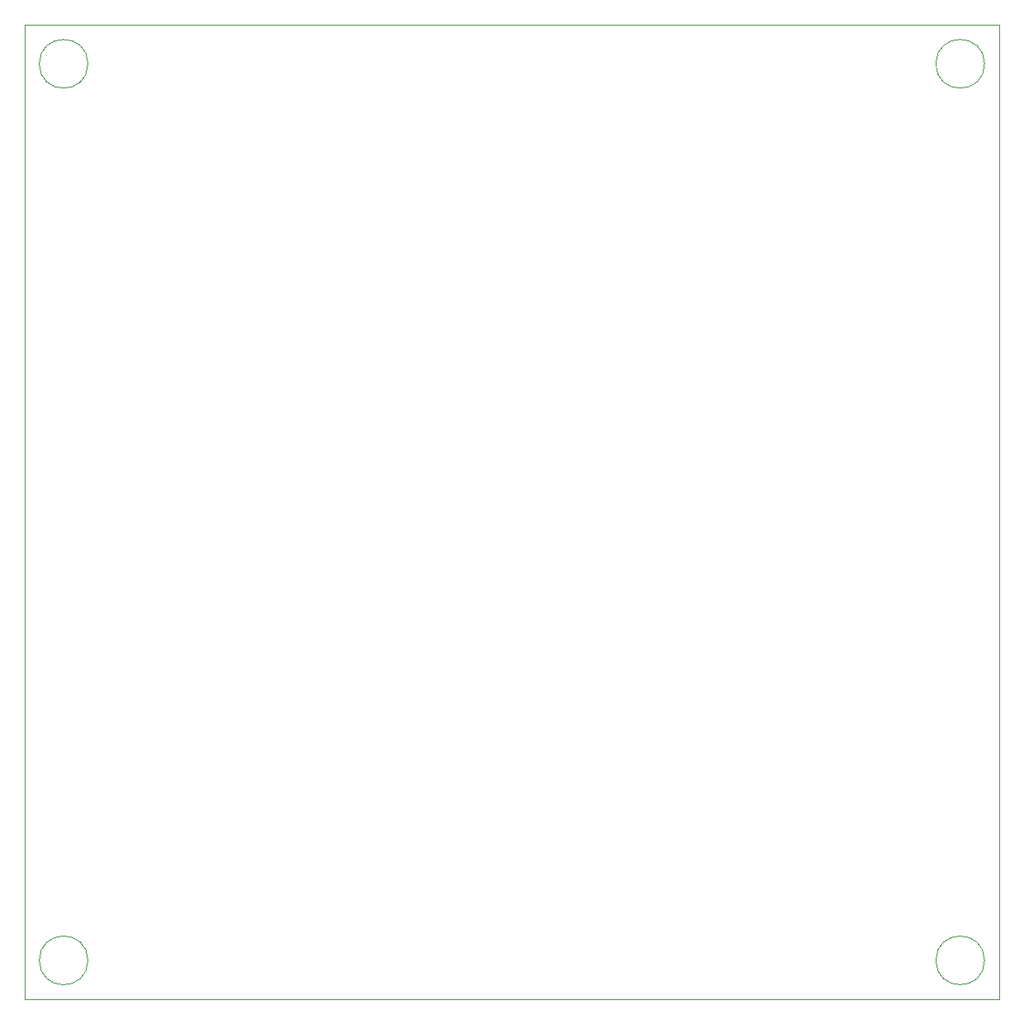
<source format=gbr>
%TF.GenerationSoftware,KiCad,Pcbnew,8.0.6*%
%TF.CreationDate,2025-01-23T15:03:01-05:00*%
%TF.ProjectId,MagneticActuationBoard,4d61676e-6574-4696-9341-637475617469,rev?*%
%TF.SameCoordinates,Original*%
%TF.FileFunction,Profile,NP*%
%FSLAX46Y46*%
G04 Gerber Fmt 4.6, Leading zero omitted, Abs format (unit mm)*
G04 Created by KiCad (PCBNEW 8.0.6) date 2025-01-23 15:03:01*
%MOMM*%
%LPD*%
G01*
G04 APERTURE LIST*
%TA.AperFunction,Profile*%
%ADD10C,0.100000*%
%TD*%
%TA.AperFunction,Profile*%
%ADD11C,0.050000*%
%TD*%
G04 APERTURE END LIST*
D10*
X137500000Y-59000000D02*
G75*
G02*
X132500000Y-59000000I-2500000J0D01*
G01*
X132500000Y-59000000D02*
G75*
G02*
X137500000Y-59000000I2500000J0D01*
G01*
X229500000Y-59000000D02*
G75*
G02*
X224500000Y-59000000I-2500000J0D01*
G01*
X224500000Y-59000000D02*
G75*
G02*
X229500000Y-59000000I2500000J0D01*
G01*
X137500000Y-151000000D02*
G75*
G02*
X132500000Y-151000000I-2500000J0D01*
G01*
X132500000Y-151000000D02*
G75*
G02*
X137500000Y-151000000I2500000J0D01*
G01*
X229500000Y-151000000D02*
G75*
G02*
X224500000Y-151000000I-2500000J0D01*
G01*
X224500000Y-151000000D02*
G75*
G02*
X229500000Y-151000000I2500000J0D01*
G01*
D11*
X131000000Y-55000000D02*
X231000000Y-55000000D01*
X231000000Y-155000000D01*
X131000000Y-155000000D01*
X131000000Y-55000000D01*
M02*

</source>
